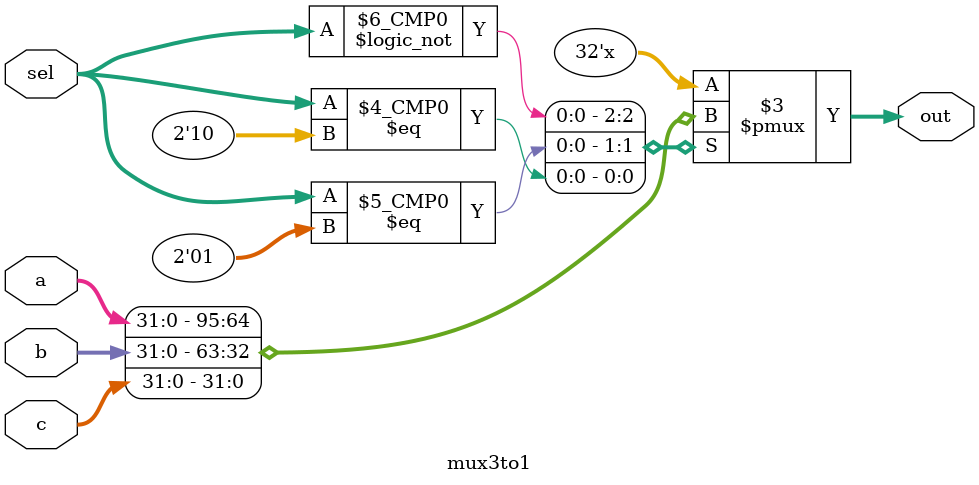
<source format=v>
module mux3to1 #(parameter WIDTH = 32) (
    input [WIDTH-1:0] a,
    input [WIDTH-1:0] b,
    input [WIDTH-1:0] c,
    input [1:0] sel,
    output reg [WIDTH-1:0] out
);

always @(*) begin
    case(sel)
        2'b00: out = a;
        2'b01: out = b;
        2'b10: out = c;
        default: out = {WIDTH{1'bx}};
    endcase
end
endmodule
</source>
